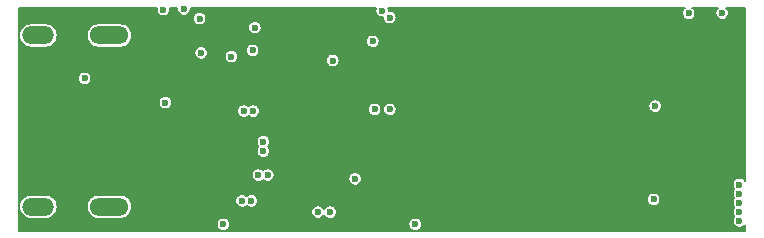
<source format=gbr>
G04 #@! TF.GenerationSoftware,KiCad,Pcbnew,5.1.4+dfsg1-1~bpo9+1*
G04 #@! TF.CreationDate,2020-03-11T10:38:48+01:00*
G04 #@! TF.ProjectId,krtkl-breakybreaky-hdmi-expansion,6b72746b-6c2d-4627-9265-616b79627265,rev?*
G04 #@! TF.SameCoordinates,Original*
G04 #@! TF.FileFunction,Copper,L2,Inr*
G04 #@! TF.FilePolarity,Positive*
%FSLAX46Y46*%
G04 Gerber Fmt 4.6, Leading zero omitted, Abs format (unit mm)*
G04 Created by KiCad (PCBNEW 5.1.4+dfsg1-1~bpo9+1) date 2020-03-11 10:38:48*
%MOMM*%
%LPD*%
G04 APERTURE LIST*
%ADD10O,2.700000X1.500000*%
%ADD11O,3.300000X1.500000*%
%ADD12C,0.600000*%
%ADD13C,0.150000*%
G04 APERTURE END LIST*
D10*
X132180000Y-119740000D03*
X132180000Y-105240000D03*
D11*
X138180000Y-105240000D03*
X138180000Y-119740000D03*
D12*
X183147000Y-116490000D03*
X183157000Y-117180000D03*
X186267000Y-116710000D03*
X136940000Y-109015000D03*
X146490000Y-111800000D03*
X158100000Y-109470000D03*
X149420000Y-115050000D03*
X144470000Y-120870000D03*
X154780000Y-119340000D03*
X164110000Y-117430000D03*
X159440000Y-120310000D03*
X155140000Y-113590000D03*
X185490000Y-110970000D03*
X149220000Y-110740000D03*
X150490000Y-105520000D03*
X155590000Y-107575000D03*
X164470000Y-110820000D03*
X162120000Y-107020000D03*
X161610000Y-110660000D03*
X172080000Y-110940000D03*
X181020000Y-109860000D03*
X180110000Y-120510000D03*
X158080000Y-104720000D03*
X191520000Y-120180000D03*
X191520000Y-120940000D03*
X191520000Y-117860000D03*
X191520000Y-118630000D03*
X191520000Y-119410000D03*
X164079999Y-121239999D03*
X145820000Y-103820000D03*
X190070000Y-103350000D03*
X147830000Y-121235010D03*
X136080000Y-108880000D03*
X142920000Y-110930000D03*
X149560000Y-111640000D03*
X149410000Y-119240000D03*
X150210000Y-119240000D03*
X150800000Y-117060000D03*
X151600000Y-117060000D03*
X151217306Y-115038637D03*
X151217306Y-114238637D03*
X150360000Y-111640000D03*
X142760000Y-103052331D03*
X150510000Y-104580000D03*
X144500000Y-103010000D03*
X145956697Y-106720000D03*
X158990000Y-117370000D03*
X156880000Y-120210000D03*
X160640000Y-111500000D03*
X155840000Y-120200000D03*
X161930000Y-111500000D03*
X161920000Y-103720000D03*
X161290000Y-103140000D03*
X187230000Y-103360000D03*
X157100000Y-107360000D03*
X148520000Y-107031976D03*
X150320000Y-106500000D03*
X160483768Y-105736232D03*
X184257000Y-119120000D03*
X184400000Y-111230000D03*
D13*
G36*
X142207097Y-102884610D02*
G01*
X142185000Y-102995698D01*
X142185000Y-103108964D01*
X142207097Y-103220052D01*
X142250442Y-103324696D01*
X142313368Y-103418872D01*
X142393459Y-103498963D01*
X142487635Y-103561889D01*
X142592279Y-103605234D01*
X142703367Y-103627331D01*
X142816633Y-103627331D01*
X142927721Y-103605234D01*
X143032365Y-103561889D01*
X143126541Y-103498963D01*
X143206632Y-103418872D01*
X143269558Y-103324696D01*
X143312903Y-103220052D01*
X143335000Y-103108964D01*
X143335000Y-102995698D01*
X143312903Y-102884610D01*
X143309888Y-102877331D01*
X143940125Y-102877331D01*
X143925000Y-102953367D01*
X143925000Y-103066633D01*
X143947097Y-103177721D01*
X143990442Y-103282365D01*
X144053368Y-103376541D01*
X144133459Y-103456632D01*
X144227635Y-103519558D01*
X144332279Y-103562903D01*
X144443367Y-103585000D01*
X144556633Y-103585000D01*
X144667721Y-103562903D01*
X144772365Y-103519558D01*
X144866541Y-103456632D01*
X144946632Y-103376541D01*
X145009558Y-103282365D01*
X145052903Y-103177721D01*
X145075000Y-103066633D01*
X145075000Y-102953367D01*
X145059875Y-102877331D01*
X160776426Y-102877331D01*
X160737097Y-102972279D01*
X160715000Y-103083367D01*
X160715000Y-103196633D01*
X160737097Y-103307721D01*
X160780442Y-103412365D01*
X160843368Y-103506541D01*
X160923459Y-103586632D01*
X161017635Y-103649558D01*
X161122279Y-103692903D01*
X161233367Y-103715000D01*
X161345000Y-103715000D01*
X161345000Y-103776633D01*
X161367097Y-103887721D01*
X161410442Y-103992365D01*
X161473368Y-104086541D01*
X161553459Y-104166632D01*
X161647635Y-104229558D01*
X161752279Y-104272903D01*
X161863367Y-104295000D01*
X161976633Y-104295000D01*
X162087721Y-104272903D01*
X162192365Y-104229558D01*
X162286541Y-104166632D01*
X162366632Y-104086541D01*
X162429558Y-103992365D01*
X162472903Y-103887721D01*
X162495000Y-103776633D01*
X162495000Y-103663367D01*
X162472903Y-103552279D01*
X162429558Y-103447635D01*
X162366632Y-103353459D01*
X162286541Y-103273368D01*
X162192365Y-103210442D01*
X162087721Y-103167097D01*
X161976633Y-103145000D01*
X161865000Y-103145000D01*
X161865000Y-103083367D01*
X161842903Y-102972279D01*
X161803574Y-102877331D01*
X186917393Y-102877331D01*
X186863459Y-102913368D01*
X186783368Y-102993459D01*
X186720442Y-103087635D01*
X186677097Y-103192279D01*
X186655000Y-103303367D01*
X186655000Y-103416633D01*
X186677097Y-103527721D01*
X186720442Y-103632365D01*
X186783368Y-103726541D01*
X186863459Y-103806632D01*
X186957635Y-103869558D01*
X187062279Y-103912903D01*
X187173367Y-103935000D01*
X187286633Y-103935000D01*
X187397721Y-103912903D01*
X187502365Y-103869558D01*
X187596541Y-103806632D01*
X187676632Y-103726541D01*
X187739558Y-103632365D01*
X187782903Y-103527721D01*
X187805000Y-103416633D01*
X187805000Y-103303367D01*
X187782903Y-103192279D01*
X187739558Y-103087635D01*
X187676632Y-102993459D01*
X187596541Y-102913368D01*
X187542607Y-102877331D01*
X189742426Y-102877331D01*
X189703459Y-102903368D01*
X189623368Y-102983459D01*
X189560442Y-103077635D01*
X189517097Y-103182279D01*
X189495000Y-103293367D01*
X189495000Y-103406633D01*
X189517097Y-103517721D01*
X189560442Y-103622365D01*
X189623368Y-103716541D01*
X189703459Y-103796632D01*
X189797635Y-103859558D01*
X189902279Y-103902903D01*
X190013367Y-103925000D01*
X190126633Y-103925000D01*
X190237721Y-103902903D01*
X190342365Y-103859558D01*
X190436541Y-103796632D01*
X190516632Y-103716541D01*
X190579558Y-103622365D01*
X190622903Y-103517721D01*
X190645000Y-103406633D01*
X190645000Y-103293367D01*
X190622903Y-103182279D01*
X190579558Y-103077635D01*
X190516632Y-102983459D01*
X190436541Y-102903368D01*
X190397574Y-102877331D01*
X192004004Y-102877331D01*
X192004005Y-117549392D01*
X191966632Y-117493459D01*
X191886541Y-117413368D01*
X191792365Y-117350442D01*
X191687721Y-117307097D01*
X191576633Y-117285000D01*
X191463367Y-117285000D01*
X191352279Y-117307097D01*
X191247635Y-117350442D01*
X191153459Y-117413368D01*
X191073368Y-117493459D01*
X191010442Y-117587635D01*
X190967097Y-117692279D01*
X190945000Y-117803367D01*
X190945000Y-117916633D01*
X190967097Y-118027721D01*
X191010442Y-118132365D01*
X191073368Y-118226541D01*
X191091827Y-118245000D01*
X191073368Y-118263459D01*
X191010442Y-118357635D01*
X190967097Y-118462279D01*
X190945000Y-118573367D01*
X190945000Y-118686633D01*
X190967097Y-118797721D01*
X191010442Y-118902365D01*
X191073368Y-118996541D01*
X191096827Y-119020000D01*
X191073368Y-119043459D01*
X191010442Y-119137635D01*
X190967097Y-119242279D01*
X190945000Y-119353367D01*
X190945000Y-119466633D01*
X190967097Y-119577721D01*
X191010442Y-119682365D01*
X191073368Y-119776541D01*
X191091827Y-119795000D01*
X191073368Y-119813459D01*
X191010442Y-119907635D01*
X190967097Y-120012279D01*
X190945000Y-120123367D01*
X190945000Y-120236633D01*
X190967097Y-120347721D01*
X191010442Y-120452365D01*
X191073368Y-120546541D01*
X191086827Y-120560000D01*
X191073368Y-120573459D01*
X191010442Y-120667635D01*
X190967097Y-120772279D01*
X190945000Y-120883367D01*
X190945000Y-120996633D01*
X190967097Y-121107721D01*
X191010442Y-121212365D01*
X191073368Y-121306541D01*
X191153459Y-121386632D01*
X191247635Y-121449558D01*
X191352279Y-121492903D01*
X191463367Y-121515000D01*
X191576633Y-121515000D01*
X191687721Y-121492903D01*
X191792365Y-121449558D01*
X191886541Y-121386632D01*
X191966632Y-121306541D01*
X192004005Y-121250608D01*
X192004005Y-121832668D01*
X130539996Y-121832668D01*
X130539996Y-121178377D01*
X147255000Y-121178377D01*
X147255000Y-121291643D01*
X147277097Y-121402731D01*
X147320442Y-121507375D01*
X147383368Y-121601551D01*
X147463459Y-121681642D01*
X147557635Y-121744568D01*
X147662279Y-121787913D01*
X147773367Y-121810010D01*
X147886633Y-121810010D01*
X147997721Y-121787913D01*
X148102365Y-121744568D01*
X148196541Y-121681642D01*
X148276632Y-121601551D01*
X148339558Y-121507375D01*
X148382903Y-121402731D01*
X148405000Y-121291643D01*
X148405000Y-121183366D01*
X163504999Y-121183366D01*
X163504999Y-121296632D01*
X163527096Y-121407720D01*
X163570441Y-121512364D01*
X163633367Y-121606540D01*
X163713458Y-121686631D01*
X163807634Y-121749557D01*
X163912278Y-121792902D01*
X164023366Y-121814999D01*
X164136632Y-121814999D01*
X164247720Y-121792902D01*
X164352364Y-121749557D01*
X164446540Y-121686631D01*
X164526631Y-121606540D01*
X164589557Y-121512364D01*
X164632902Y-121407720D01*
X164654999Y-121296632D01*
X164654999Y-121183366D01*
X164632902Y-121072278D01*
X164589557Y-120967634D01*
X164526631Y-120873458D01*
X164446540Y-120793367D01*
X164352364Y-120730441D01*
X164247720Y-120687096D01*
X164136632Y-120664999D01*
X164023366Y-120664999D01*
X163912278Y-120687096D01*
X163807634Y-120730441D01*
X163713458Y-120793367D01*
X163633367Y-120873458D01*
X163570441Y-120967634D01*
X163527096Y-121072278D01*
X163504999Y-121183366D01*
X148405000Y-121183366D01*
X148405000Y-121178377D01*
X148382903Y-121067289D01*
X148339558Y-120962645D01*
X148276632Y-120868469D01*
X148196541Y-120788378D01*
X148102365Y-120725452D01*
X147997721Y-120682107D01*
X147886633Y-120660010D01*
X147773367Y-120660010D01*
X147662279Y-120682107D01*
X147557635Y-120725452D01*
X147463459Y-120788378D01*
X147383368Y-120868469D01*
X147320442Y-120962645D01*
X147277097Y-121067289D01*
X147255000Y-121178377D01*
X130539996Y-121178377D01*
X130539996Y-119740000D01*
X130550041Y-119740000D01*
X130569831Y-119940935D01*
X130628442Y-120134148D01*
X130723620Y-120312215D01*
X130851709Y-120468291D01*
X131007785Y-120596380D01*
X131185852Y-120691558D01*
X131379065Y-120750169D01*
X131529649Y-120765000D01*
X132830351Y-120765000D01*
X132980935Y-120750169D01*
X133174148Y-120691558D01*
X133352215Y-120596380D01*
X133508291Y-120468291D01*
X133636380Y-120312215D01*
X133731558Y-120134148D01*
X133790169Y-119940935D01*
X133809959Y-119740000D01*
X136250041Y-119740000D01*
X136269831Y-119940935D01*
X136328442Y-120134148D01*
X136423620Y-120312215D01*
X136551709Y-120468291D01*
X136707785Y-120596380D01*
X136885852Y-120691558D01*
X137079065Y-120750169D01*
X137229649Y-120765000D01*
X139130351Y-120765000D01*
X139280935Y-120750169D01*
X139474148Y-120691558D01*
X139652215Y-120596380D01*
X139808291Y-120468291D01*
X139936380Y-120312215D01*
X140026630Y-120143367D01*
X155265000Y-120143367D01*
X155265000Y-120256633D01*
X155287097Y-120367721D01*
X155330442Y-120472365D01*
X155393368Y-120566541D01*
X155473459Y-120646632D01*
X155567635Y-120709558D01*
X155672279Y-120752903D01*
X155783367Y-120775000D01*
X155896633Y-120775000D01*
X156007721Y-120752903D01*
X156112365Y-120709558D01*
X156206541Y-120646632D01*
X156286632Y-120566541D01*
X156349558Y-120472365D01*
X156357929Y-120452156D01*
X156370442Y-120482365D01*
X156433368Y-120576541D01*
X156513459Y-120656632D01*
X156607635Y-120719558D01*
X156712279Y-120762903D01*
X156823367Y-120785000D01*
X156936633Y-120785000D01*
X157047721Y-120762903D01*
X157152365Y-120719558D01*
X157246541Y-120656632D01*
X157326632Y-120576541D01*
X157389558Y-120482365D01*
X157432903Y-120377721D01*
X157455000Y-120266633D01*
X157455000Y-120153367D01*
X157432903Y-120042279D01*
X157389558Y-119937635D01*
X157326632Y-119843459D01*
X157246541Y-119763368D01*
X157152365Y-119700442D01*
X157047721Y-119657097D01*
X156936633Y-119635000D01*
X156823367Y-119635000D01*
X156712279Y-119657097D01*
X156607635Y-119700442D01*
X156513459Y-119763368D01*
X156433368Y-119843459D01*
X156370442Y-119937635D01*
X156362071Y-119957844D01*
X156349558Y-119927635D01*
X156286632Y-119833459D01*
X156206541Y-119753368D01*
X156112365Y-119690442D01*
X156007721Y-119647097D01*
X155896633Y-119625000D01*
X155783367Y-119625000D01*
X155672279Y-119647097D01*
X155567635Y-119690442D01*
X155473459Y-119753368D01*
X155393368Y-119833459D01*
X155330442Y-119927635D01*
X155287097Y-120032279D01*
X155265000Y-120143367D01*
X140026630Y-120143367D01*
X140031558Y-120134148D01*
X140090169Y-119940935D01*
X140109959Y-119740000D01*
X140090169Y-119539065D01*
X140031558Y-119345852D01*
X139944709Y-119183367D01*
X148835000Y-119183367D01*
X148835000Y-119296633D01*
X148857097Y-119407721D01*
X148900442Y-119512365D01*
X148963368Y-119606541D01*
X149043459Y-119686632D01*
X149137635Y-119749558D01*
X149242279Y-119792903D01*
X149353367Y-119815000D01*
X149466633Y-119815000D01*
X149577721Y-119792903D01*
X149682365Y-119749558D01*
X149776541Y-119686632D01*
X149810000Y-119653173D01*
X149843459Y-119686632D01*
X149937635Y-119749558D01*
X150042279Y-119792903D01*
X150153367Y-119815000D01*
X150266633Y-119815000D01*
X150377721Y-119792903D01*
X150482365Y-119749558D01*
X150576541Y-119686632D01*
X150656632Y-119606541D01*
X150719558Y-119512365D01*
X150762903Y-119407721D01*
X150785000Y-119296633D01*
X150785000Y-119183367D01*
X150762903Y-119072279D01*
X150759212Y-119063367D01*
X183682000Y-119063367D01*
X183682000Y-119176633D01*
X183704097Y-119287721D01*
X183747442Y-119392365D01*
X183810368Y-119486541D01*
X183890459Y-119566632D01*
X183984635Y-119629558D01*
X184089279Y-119672903D01*
X184200367Y-119695000D01*
X184313633Y-119695000D01*
X184424721Y-119672903D01*
X184529365Y-119629558D01*
X184623541Y-119566632D01*
X184703632Y-119486541D01*
X184766558Y-119392365D01*
X184809903Y-119287721D01*
X184832000Y-119176633D01*
X184832000Y-119063367D01*
X184809903Y-118952279D01*
X184766558Y-118847635D01*
X184703632Y-118753459D01*
X184623541Y-118673368D01*
X184529365Y-118610442D01*
X184424721Y-118567097D01*
X184313633Y-118545000D01*
X184200367Y-118545000D01*
X184089279Y-118567097D01*
X183984635Y-118610442D01*
X183890459Y-118673368D01*
X183810368Y-118753459D01*
X183747442Y-118847635D01*
X183704097Y-118952279D01*
X183682000Y-119063367D01*
X150759212Y-119063367D01*
X150719558Y-118967635D01*
X150656632Y-118873459D01*
X150576541Y-118793368D01*
X150482365Y-118730442D01*
X150377721Y-118687097D01*
X150266633Y-118665000D01*
X150153367Y-118665000D01*
X150042279Y-118687097D01*
X149937635Y-118730442D01*
X149843459Y-118793368D01*
X149810000Y-118826827D01*
X149776541Y-118793368D01*
X149682365Y-118730442D01*
X149577721Y-118687097D01*
X149466633Y-118665000D01*
X149353367Y-118665000D01*
X149242279Y-118687097D01*
X149137635Y-118730442D01*
X149043459Y-118793368D01*
X148963368Y-118873459D01*
X148900442Y-118967635D01*
X148857097Y-119072279D01*
X148835000Y-119183367D01*
X139944709Y-119183367D01*
X139936380Y-119167785D01*
X139808291Y-119011709D01*
X139652215Y-118883620D01*
X139474148Y-118788442D01*
X139280935Y-118729831D01*
X139130351Y-118715000D01*
X137229649Y-118715000D01*
X137079065Y-118729831D01*
X136885852Y-118788442D01*
X136707785Y-118883620D01*
X136551709Y-119011709D01*
X136423620Y-119167785D01*
X136328442Y-119345852D01*
X136269831Y-119539065D01*
X136250041Y-119740000D01*
X133809959Y-119740000D01*
X133790169Y-119539065D01*
X133731558Y-119345852D01*
X133636380Y-119167785D01*
X133508291Y-119011709D01*
X133352215Y-118883620D01*
X133174148Y-118788442D01*
X132980935Y-118729831D01*
X132830351Y-118715000D01*
X131529649Y-118715000D01*
X131379065Y-118729831D01*
X131185852Y-118788442D01*
X131007785Y-118883620D01*
X130851709Y-119011709D01*
X130723620Y-119167785D01*
X130628442Y-119345852D01*
X130569831Y-119539065D01*
X130550041Y-119740000D01*
X130539996Y-119740000D01*
X130539996Y-117003367D01*
X150225000Y-117003367D01*
X150225000Y-117116633D01*
X150247097Y-117227721D01*
X150290442Y-117332365D01*
X150353368Y-117426541D01*
X150433459Y-117506632D01*
X150527635Y-117569558D01*
X150632279Y-117612903D01*
X150743367Y-117635000D01*
X150856633Y-117635000D01*
X150967721Y-117612903D01*
X151072365Y-117569558D01*
X151166541Y-117506632D01*
X151200000Y-117473173D01*
X151233459Y-117506632D01*
X151327635Y-117569558D01*
X151432279Y-117612903D01*
X151543367Y-117635000D01*
X151656633Y-117635000D01*
X151767721Y-117612903D01*
X151872365Y-117569558D01*
X151966541Y-117506632D01*
X152046632Y-117426541D01*
X152109558Y-117332365D01*
X152117427Y-117313367D01*
X158415000Y-117313367D01*
X158415000Y-117426633D01*
X158437097Y-117537721D01*
X158480442Y-117642365D01*
X158543368Y-117736541D01*
X158623459Y-117816632D01*
X158717635Y-117879558D01*
X158822279Y-117922903D01*
X158933367Y-117945000D01*
X159046633Y-117945000D01*
X159157721Y-117922903D01*
X159262365Y-117879558D01*
X159356541Y-117816632D01*
X159436632Y-117736541D01*
X159499558Y-117642365D01*
X159542903Y-117537721D01*
X159565000Y-117426633D01*
X159565000Y-117313367D01*
X159542903Y-117202279D01*
X159499558Y-117097635D01*
X159436632Y-117003459D01*
X159356541Y-116923368D01*
X159262365Y-116860442D01*
X159157721Y-116817097D01*
X159046633Y-116795000D01*
X158933367Y-116795000D01*
X158822279Y-116817097D01*
X158717635Y-116860442D01*
X158623459Y-116923368D01*
X158543368Y-117003459D01*
X158480442Y-117097635D01*
X158437097Y-117202279D01*
X158415000Y-117313367D01*
X152117427Y-117313367D01*
X152152903Y-117227721D01*
X152175000Y-117116633D01*
X152175000Y-117003367D01*
X152152903Y-116892279D01*
X152109558Y-116787635D01*
X152046632Y-116693459D01*
X151966541Y-116613368D01*
X151872365Y-116550442D01*
X151767721Y-116507097D01*
X151656633Y-116485000D01*
X151543367Y-116485000D01*
X151432279Y-116507097D01*
X151327635Y-116550442D01*
X151233459Y-116613368D01*
X151200000Y-116646827D01*
X151166541Y-116613368D01*
X151072365Y-116550442D01*
X150967721Y-116507097D01*
X150856633Y-116485000D01*
X150743367Y-116485000D01*
X150632279Y-116507097D01*
X150527635Y-116550442D01*
X150433459Y-116613368D01*
X150353368Y-116693459D01*
X150290442Y-116787635D01*
X150247097Y-116892279D01*
X150225000Y-117003367D01*
X130539996Y-117003367D01*
X130539996Y-114182004D01*
X150642306Y-114182004D01*
X150642306Y-114295270D01*
X150664403Y-114406358D01*
X150707748Y-114511002D01*
X150770674Y-114605178D01*
X150804133Y-114638637D01*
X150770674Y-114672096D01*
X150707748Y-114766272D01*
X150664403Y-114870916D01*
X150642306Y-114982004D01*
X150642306Y-115095270D01*
X150664403Y-115206358D01*
X150707748Y-115311002D01*
X150770674Y-115405178D01*
X150850765Y-115485269D01*
X150944941Y-115548195D01*
X151049585Y-115591540D01*
X151160673Y-115613637D01*
X151273939Y-115613637D01*
X151385027Y-115591540D01*
X151489671Y-115548195D01*
X151583847Y-115485269D01*
X151663938Y-115405178D01*
X151726864Y-115311002D01*
X151770209Y-115206358D01*
X151792306Y-115095270D01*
X151792306Y-114982004D01*
X151770209Y-114870916D01*
X151726864Y-114766272D01*
X151663938Y-114672096D01*
X151630479Y-114638637D01*
X151663938Y-114605178D01*
X151726864Y-114511002D01*
X151770209Y-114406358D01*
X151792306Y-114295270D01*
X151792306Y-114182004D01*
X151770209Y-114070916D01*
X151726864Y-113966272D01*
X151663938Y-113872096D01*
X151583847Y-113792005D01*
X151489671Y-113729079D01*
X151385027Y-113685734D01*
X151273939Y-113663637D01*
X151160673Y-113663637D01*
X151049585Y-113685734D01*
X150944941Y-113729079D01*
X150850765Y-113792005D01*
X150770674Y-113872096D01*
X150707748Y-113966272D01*
X150664403Y-114070916D01*
X150642306Y-114182004D01*
X130539996Y-114182004D01*
X130539996Y-111583367D01*
X148985000Y-111583367D01*
X148985000Y-111696633D01*
X149007097Y-111807721D01*
X149050442Y-111912365D01*
X149113368Y-112006541D01*
X149193459Y-112086632D01*
X149287635Y-112149558D01*
X149392279Y-112192903D01*
X149503367Y-112215000D01*
X149616633Y-112215000D01*
X149727721Y-112192903D01*
X149832365Y-112149558D01*
X149926541Y-112086632D01*
X149960000Y-112053173D01*
X149993459Y-112086632D01*
X150087635Y-112149558D01*
X150192279Y-112192903D01*
X150303367Y-112215000D01*
X150416633Y-112215000D01*
X150527721Y-112192903D01*
X150632365Y-112149558D01*
X150726541Y-112086632D01*
X150806632Y-112006541D01*
X150869558Y-111912365D01*
X150912903Y-111807721D01*
X150935000Y-111696633D01*
X150935000Y-111583367D01*
X150912903Y-111472279D01*
X150900928Y-111443367D01*
X160065000Y-111443367D01*
X160065000Y-111556633D01*
X160087097Y-111667721D01*
X160130442Y-111772365D01*
X160193368Y-111866541D01*
X160273459Y-111946632D01*
X160367635Y-112009558D01*
X160472279Y-112052903D01*
X160583367Y-112075000D01*
X160696633Y-112075000D01*
X160807721Y-112052903D01*
X160912365Y-112009558D01*
X161006541Y-111946632D01*
X161086632Y-111866541D01*
X161149558Y-111772365D01*
X161192903Y-111667721D01*
X161215000Y-111556633D01*
X161215000Y-111443367D01*
X161355000Y-111443367D01*
X161355000Y-111556633D01*
X161377097Y-111667721D01*
X161420442Y-111772365D01*
X161483368Y-111866541D01*
X161563459Y-111946632D01*
X161657635Y-112009558D01*
X161762279Y-112052903D01*
X161873367Y-112075000D01*
X161986633Y-112075000D01*
X162097721Y-112052903D01*
X162202365Y-112009558D01*
X162296541Y-111946632D01*
X162376632Y-111866541D01*
X162439558Y-111772365D01*
X162482903Y-111667721D01*
X162505000Y-111556633D01*
X162505000Y-111443367D01*
X162482903Y-111332279D01*
X162439558Y-111227635D01*
X162403298Y-111173367D01*
X183825000Y-111173367D01*
X183825000Y-111286633D01*
X183847097Y-111397721D01*
X183890442Y-111502365D01*
X183953368Y-111596541D01*
X184033459Y-111676632D01*
X184127635Y-111739558D01*
X184232279Y-111782903D01*
X184343367Y-111805000D01*
X184456633Y-111805000D01*
X184567721Y-111782903D01*
X184672365Y-111739558D01*
X184766541Y-111676632D01*
X184846632Y-111596541D01*
X184909558Y-111502365D01*
X184952903Y-111397721D01*
X184975000Y-111286633D01*
X184975000Y-111173367D01*
X184952903Y-111062279D01*
X184909558Y-110957635D01*
X184846632Y-110863459D01*
X184766541Y-110783368D01*
X184672365Y-110720442D01*
X184567721Y-110677097D01*
X184456633Y-110655000D01*
X184343367Y-110655000D01*
X184232279Y-110677097D01*
X184127635Y-110720442D01*
X184033459Y-110783368D01*
X183953368Y-110863459D01*
X183890442Y-110957635D01*
X183847097Y-111062279D01*
X183825000Y-111173367D01*
X162403298Y-111173367D01*
X162376632Y-111133459D01*
X162296541Y-111053368D01*
X162202365Y-110990442D01*
X162097721Y-110947097D01*
X161986633Y-110925000D01*
X161873367Y-110925000D01*
X161762279Y-110947097D01*
X161657635Y-110990442D01*
X161563459Y-111053368D01*
X161483368Y-111133459D01*
X161420442Y-111227635D01*
X161377097Y-111332279D01*
X161355000Y-111443367D01*
X161215000Y-111443367D01*
X161192903Y-111332279D01*
X161149558Y-111227635D01*
X161086632Y-111133459D01*
X161006541Y-111053368D01*
X160912365Y-110990442D01*
X160807721Y-110947097D01*
X160696633Y-110925000D01*
X160583367Y-110925000D01*
X160472279Y-110947097D01*
X160367635Y-110990442D01*
X160273459Y-111053368D01*
X160193368Y-111133459D01*
X160130442Y-111227635D01*
X160087097Y-111332279D01*
X160065000Y-111443367D01*
X150900928Y-111443367D01*
X150869558Y-111367635D01*
X150806632Y-111273459D01*
X150726541Y-111193368D01*
X150632365Y-111130442D01*
X150527721Y-111087097D01*
X150416633Y-111065000D01*
X150303367Y-111065000D01*
X150192279Y-111087097D01*
X150087635Y-111130442D01*
X149993459Y-111193368D01*
X149960000Y-111226827D01*
X149926541Y-111193368D01*
X149832365Y-111130442D01*
X149727721Y-111087097D01*
X149616633Y-111065000D01*
X149503367Y-111065000D01*
X149392279Y-111087097D01*
X149287635Y-111130442D01*
X149193459Y-111193368D01*
X149113368Y-111273459D01*
X149050442Y-111367635D01*
X149007097Y-111472279D01*
X148985000Y-111583367D01*
X130539996Y-111583367D01*
X130539996Y-110873367D01*
X142345000Y-110873367D01*
X142345000Y-110986633D01*
X142367097Y-111097721D01*
X142410442Y-111202365D01*
X142473368Y-111296541D01*
X142553459Y-111376632D01*
X142647635Y-111439558D01*
X142752279Y-111482903D01*
X142863367Y-111505000D01*
X142976633Y-111505000D01*
X143087721Y-111482903D01*
X143192365Y-111439558D01*
X143286541Y-111376632D01*
X143366632Y-111296541D01*
X143429558Y-111202365D01*
X143472903Y-111097721D01*
X143495000Y-110986633D01*
X143495000Y-110873367D01*
X143472903Y-110762279D01*
X143429558Y-110657635D01*
X143366632Y-110563459D01*
X143286541Y-110483368D01*
X143192365Y-110420442D01*
X143087721Y-110377097D01*
X142976633Y-110355000D01*
X142863367Y-110355000D01*
X142752279Y-110377097D01*
X142647635Y-110420442D01*
X142553459Y-110483368D01*
X142473368Y-110563459D01*
X142410442Y-110657635D01*
X142367097Y-110762279D01*
X142345000Y-110873367D01*
X130539996Y-110873367D01*
X130539996Y-108823367D01*
X135505000Y-108823367D01*
X135505000Y-108936633D01*
X135527097Y-109047721D01*
X135570442Y-109152365D01*
X135633368Y-109246541D01*
X135713459Y-109326632D01*
X135807635Y-109389558D01*
X135912279Y-109432903D01*
X136023367Y-109455000D01*
X136136633Y-109455000D01*
X136247721Y-109432903D01*
X136352365Y-109389558D01*
X136446541Y-109326632D01*
X136526632Y-109246541D01*
X136589558Y-109152365D01*
X136632903Y-109047721D01*
X136655000Y-108936633D01*
X136655000Y-108823367D01*
X136632903Y-108712279D01*
X136589558Y-108607635D01*
X136526632Y-108513459D01*
X136446541Y-108433368D01*
X136352365Y-108370442D01*
X136247721Y-108327097D01*
X136136633Y-108305000D01*
X136023367Y-108305000D01*
X135912279Y-108327097D01*
X135807635Y-108370442D01*
X135713459Y-108433368D01*
X135633368Y-108513459D01*
X135570442Y-108607635D01*
X135527097Y-108712279D01*
X135505000Y-108823367D01*
X130539996Y-108823367D01*
X130539996Y-106663367D01*
X145381697Y-106663367D01*
X145381697Y-106776633D01*
X145403794Y-106887721D01*
X145447139Y-106992365D01*
X145510065Y-107086541D01*
X145590156Y-107166632D01*
X145684332Y-107229558D01*
X145788976Y-107272903D01*
X145900064Y-107295000D01*
X146013330Y-107295000D01*
X146124418Y-107272903D01*
X146229062Y-107229558D01*
X146323238Y-107166632D01*
X146403329Y-107086541D01*
X146466255Y-106992365D01*
X146473305Y-106975343D01*
X147945000Y-106975343D01*
X147945000Y-107088609D01*
X147967097Y-107199697D01*
X148010442Y-107304341D01*
X148073368Y-107398517D01*
X148153459Y-107478608D01*
X148247635Y-107541534D01*
X148352279Y-107584879D01*
X148463367Y-107606976D01*
X148576633Y-107606976D01*
X148687721Y-107584879D01*
X148792365Y-107541534D01*
X148886541Y-107478608D01*
X148966632Y-107398517D01*
X149029558Y-107304341D01*
X149029961Y-107303367D01*
X156525000Y-107303367D01*
X156525000Y-107416633D01*
X156547097Y-107527721D01*
X156590442Y-107632365D01*
X156653368Y-107726541D01*
X156733459Y-107806632D01*
X156827635Y-107869558D01*
X156932279Y-107912903D01*
X157043367Y-107935000D01*
X157156633Y-107935000D01*
X157267721Y-107912903D01*
X157372365Y-107869558D01*
X157466541Y-107806632D01*
X157546632Y-107726541D01*
X157609558Y-107632365D01*
X157652903Y-107527721D01*
X157675000Y-107416633D01*
X157675000Y-107303367D01*
X157652903Y-107192279D01*
X157609558Y-107087635D01*
X157546632Y-106993459D01*
X157466541Y-106913368D01*
X157372365Y-106850442D01*
X157267721Y-106807097D01*
X157156633Y-106785000D01*
X157043367Y-106785000D01*
X156932279Y-106807097D01*
X156827635Y-106850442D01*
X156733459Y-106913368D01*
X156653368Y-106993459D01*
X156590442Y-107087635D01*
X156547097Y-107192279D01*
X156525000Y-107303367D01*
X149029961Y-107303367D01*
X149072903Y-107199697D01*
X149095000Y-107088609D01*
X149095000Y-106975343D01*
X149072903Y-106864255D01*
X149029558Y-106759611D01*
X148966632Y-106665435D01*
X148886541Y-106585344D01*
X148792365Y-106522418D01*
X148687721Y-106479073D01*
X148576633Y-106456976D01*
X148463367Y-106456976D01*
X148352279Y-106479073D01*
X148247635Y-106522418D01*
X148153459Y-106585344D01*
X148073368Y-106665435D01*
X148010442Y-106759611D01*
X147967097Y-106864255D01*
X147945000Y-106975343D01*
X146473305Y-106975343D01*
X146509600Y-106887721D01*
X146531697Y-106776633D01*
X146531697Y-106663367D01*
X146509600Y-106552279D01*
X146466255Y-106447635D01*
X146463404Y-106443367D01*
X149745000Y-106443367D01*
X149745000Y-106556633D01*
X149767097Y-106667721D01*
X149810442Y-106772365D01*
X149873368Y-106866541D01*
X149953459Y-106946632D01*
X150047635Y-107009558D01*
X150152279Y-107052903D01*
X150263367Y-107075000D01*
X150376633Y-107075000D01*
X150487721Y-107052903D01*
X150592365Y-107009558D01*
X150686541Y-106946632D01*
X150766632Y-106866541D01*
X150829558Y-106772365D01*
X150872903Y-106667721D01*
X150895000Y-106556633D01*
X150895000Y-106443367D01*
X150872903Y-106332279D01*
X150829558Y-106227635D01*
X150766632Y-106133459D01*
X150686541Y-106053368D01*
X150592365Y-105990442D01*
X150487721Y-105947097D01*
X150376633Y-105925000D01*
X150263367Y-105925000D01*
X150152279Y-105947097D01*
X150047635Y-105990442D01*
X149953459Y-106053368D01*
X149873368Y-106133459D01*
X149810442Y-106227635D01*
X149767097Y-106332279D01*
X149745000Y-106443367D01*
X146463404Y-106443367D01*
X146403329Y-106353459D01*
X146323238Y-106273368D01*
X146229062Y-106210442D01*
X146124418Y-106167097D01*
X146013330Y-106145000D01*
X145900064Y-106145000D01*
X145788976Y-106167097D01*
X145684332Y-106210442D01*
X145590156Y-106273368D01*
X145510065Y-106353459D01*
X145447139Y-106447635D01*
X145403794Y-106552279D01*
X145381697Y-106663367D01*
X130539996Y-106663367D01*
X130539996Y-105240000D01*
X130550041Y-105240000D01*
X130569831Y-105440935D01*
X130628442Y-105634148D01*
X130723620Y-105812215D01*
X130851709Y-105968291D01*
X131007785Y-106096380D01*
X131185852Y-106191558D01*
X131379065Y-106250169D01*
X131529649Y-106265000D01*
X132830351Y-106265000D01*
X132980935Y-106250169D01*
X133174148Y-106191558D01*
X133352215Y-106096380D01*
X133508291Y-105968291D01*
X133636380Y-105812215D01*
X133731558Y-105634148D01*
X133790169Y-105440935D01*
X133809959Y-105240000D01*
X136250041Y-105240000D01*
X136269831Y-105440935D01*
X136328442Y-105634148D01*
X136423620Y-105812215D01*
X136551709Y-105968291D01*
X136707785Y-106096380D01*
X136885852Y-106191558D01*
X137079065Y-106250169D01*
X137229649Y-106265000D01*
X139130351Y-106265000D01*
X139280935Y-106250169D01*
X139474148Y-106191558D01*
X139652215Y-106096380D01*
X139808291Y-105968291D01*
X139936380Y-105812215D01*
X140007264Y-105679599D01*
X159908768Y-105679599D01*
X159908768Y-105792865D01*
X159930865Y-105903953D01*
X159974210Y-106008597D01*
X160037136Y-106102773D01*
X160117227Y-106182864D01*
X160211403Y-106245790D01*
X160316047Y-106289135D01*
X160427135Y-106311232D01*
X160540401Y-106311232D01*
X160651489Y-106289135D01*
X160756133Y-106245790D01*
X160850309Y-106182864D01*
X160930400Y-106102773D01*
X160993326Y-106008597D01*
X161036671Y-105903953D01*
X161058768Y-105792865D01*
X161058768Y-105679599D01*
X161036671Y-105568511D01*
X160993326Y-105463867D01*
X160930400Y-105369691D01*
X160850309Y-105289600D01*
X160756133Y-105226674D01*
X160651489Y-105183329D01*
X160540401Y-105161232D01*
X160427135Y-105161232D01*
X160316047Y-105183329D01*
X160211403Y-105226674D01*
X160117227Y-105289600D01*
X160037136Y-105369691D01*
X159974210Y-105463867D01*
X159930865Y-105568511D01*
X159908768Y-105679599D01*
X140007264Y-105679599D01*
X140031558Y-105634148D01*
X140090169Y-105440935D01*
X140109959Y-105240000D01*
X140090169Y-105039065D01*
X140031558Y-104845852D01*
X139936380Y-104667785D01*
X139817859Y-104523367D01*
X149935000Y-104523367D01*
X149935000Y-104636633D01*
X149957097Y-104747721D01*
X150000442Y-104852365D01*
X150063368Y-104946541D01*
X150143459Y-105026632D01*
X150237635Y-105089558D01*
X150342279Y-105132903D01*
X150453367Y-105155000D01*
X150566633Y-105155000D01*
X150677721Y-105132903D01*
X150782365Y-105089558D01*
X150876541Y-105026632D01*
X150956632Y-104946541D01*
X151019558Y-104852365D01*
X151062903Y-104747721D01*
X151085000Y-104636633D01*
X151085000Y-104523367D01*
X151062903Y-104412279D01*
X151019558Y-104307635D01*
X150956632Y-104213459D01*
X150876541Y-104133368D01*
X150782365Y-104070442D01*
X150677721Y-104027097D01*
X150566633Y-104005000D01*
X150453367Y-104005000D01*
X150342279Y-104027097D01*
X150237635Y-104070442D01*
X150143459Y-104133368D01*
X150063368Y-104213459D01*
X150000442Y-104307635D01*
X149957097Y-104412279D01*
X149935000Y-104523367D01*
X139817859Y-104523367D01*
X139808291Y-104511709D01*
X139652215Y-104383620D01*
X139474148Y-104288442D01*
X139280935Y-104229831D01*
X139130351Y-104215000D01*
X137229649Y-104215000D01*
X137079065Y-104229831D01*
X136885852Y-104288442D01*
X136707785Y-104383620D01*
X136551709Y-104511709D01*
X136423620Y-104667785D01*
X136328442Y-104845852D01*
X136269831Y-105039065D01*
X136250041Y-105240000D01*
X133809959Y-105240000D01*
X133790169Y-105039065D01*
X133731558Y-104845852D01*
X133636380Y-104667785D01*
X133508291Y-104511709D01*
X133352215Y-104383620D01*
X133174148Y-104288442D01*
X132980935Y-104229831D01*
X132830351Y-104215000D01*
X131529649Y-104215000D01*
X131379065Y-104229831D01*
X131185852Y-104288442D01*
X131007785Y-104383620D01*
X130851709Y-104511709D01*
X130723620Y-104667785D01*
X130628442Y-104845852D01*
X130569831Y-105039065D01*
X130550041Y-105240000D01*
X130539996Y-105240000D01*
X130539996Y-103763367D01*
X145245000Y-103763367D01*
X145245000Y-103876633D01*
X145267097Y-103987721D01*
X145310442Y-104092365D01*
X145373368Y-104186541D01*
X145453459Y-104266632D01*
X145547635Y-104329558D01*
X145652279Y-104372903D01*
X145763367Y-104395000D01*
X145876633Y-104395000D01*
X145987721Y-104372903D01*
X146092365Y-104329558D01*
X146186541Y-104266632D01*
X146266632Y-104186541D01*
X146329558Y-104092365D01*
X146372903Y-103987721D01*
X146395000Y-103876633D01*
X146395000Y-103763367D01*
X146372903Y-103652279D01*
X146329558Y-103547635D01*
X146266632Y-103453459D01*
X146186541Y-103373368D01*
X146092365Y-103310442D01*
X145987721Y-103267097D01*
X145876633Y-103245000D01*
X145763367Y-103245000D01*
X145652279Y-103267097D01*
X145547635Y-103310442D01*
X145453459Y-103373368D01*
X145373368Y-103453459D01*
X145310442Y-103547635D01*
X145267097Y-103652279D01*
X145245000Y-103763367D01*
X130539996Y-103763367D01*
X130539996Y-102877331D01*
X142210112Y-102877331D01*
X142207097Y-102884610D01*
X142207097Y-102884610D01*
G37*
X142207097Y-102884610D02*
X142185000Y-102995698D01*
X142185000Y-103108964D01*
X142207097Y-103220052D01*
X142250442Y-103324696D01*
X142313368Y-103418872D01*
X142393459Y-103498963D01*
X142487635Y-103561889D01*
X142592279Y-103605234D01*
X142703367Y-103627331D01*
X142816633Y-103627331D01*
X142927721Y-103605234D01*
X143032365Y-103561889D01*
X143126541Y-103498963D01*
X143206632Y-103418872D01*
X143269558Y-103324696D01*
X143312903Y-103220052D01*
X143335000Y-103108964D01*
X143335000Y-102995698D01*
X143312903Y-102884610D01*
X143309888Y-102877331D01*
X143940125Y-102877331D01*
X143925000Y-102953367D01*
X143925000Y-103066633D01*
X143947097Y-103177721D01*
X143990442Y-103282365D01*
X144053368Y-103376541D01*
X144133459Y-103456632D01*
X144227635Y-103519558D01*
X144332279Y-103562903D01*
X144443367Y-103585000D01*
X144556633Y-103585000D01*
X144667721Y-103562903D01*
X144772365Y-103519558D01*
X144866541Y-103456632D01*
X144946632Y-103376541D01*
X145009558Y-103282365D01*
X145052903Y-103177721D01*
X145075000Y-103066633D01*
X145075000Y-102953367D01*
X145059875Y-102877331D01*
X160776426Y-102877331D01*
X160737097Y-102972279D01*
X160715000Y-103083367D01*
X160715000Y-103196633D01*
X160737097Y-103307721D01*
X160780442Y-103412365D01*
X160843368Y-103506541D01*
X160923459Y-103586632D01*
X161017635Y-103649558D01*
X161122279Y-103692903D01*
X161233367Y-103715000D01*
X161345000Y-103715000D01*
X161345000Y-103776633D01*
X161367097Y-103887721D01*
X161410442Y-103992365D01*
X161473368Y-104086541D01*
X161553459Y-104166632D01*
X161647635Y-104229558D01*
X161752279Y-104272903D01*
X161863367Y-104295000D01*
X161976633Y-104295000D01*
X162087721Y-104272903D01*
X162192365Y-104229558D01*
X162286541Y-104166632D01*
X162366632Y-104086541D01*
X162429558Y-103992365D01*
X162472903Y-103887721D01*
X162495000Y-103776633D01*
X162495000Y-103663367D01*
X162472903Y-103552279D01*
X162429558Y-103447635D01*
X162366632Y-103353459D01*
X162286541Y-103273368D01*
X162192365Y-103210442D01*
X162087721Y-103167097D01*
X161976633Y-103145000D01*
X161865000Y-103145000D01*
X161865000Y-103083367D01*
X161842903Y-102972279D01*
X161803574Y-102877331D01*
X186917393Y-102877331D01*
X186863459Y-102913368D01*
X186783368Y-102993459D01*
X186720442Y-103087635D01*
X186677097Y-103192279D01*
X186655000Y-103303367D01*
X186655000Y-103416633D01*
X186677097Y-103527721D01*
X186720442Y-103632365D01*
X186783368Y-103726541D01*
X186863459Y-103806632D01*
X186957635Y-103869558D01*
X187062279Y-103912903D01*
X187173367Y-103935000D01*
X187286633Y-103935000D01*
X187397721Y-103912903D01*
X187502365Y-103869558D01*
X187596541Y-103806632D01*
X187676632Y-103726541D01*
X187739558Y-103632365D01*
X187782903Y-103527721D01*
X187805000Y-103416633D01*
X187805000Y-103303367D01*
X187782903Y-103192279D01*
X187739558Y-103087635D01*
X187676632Y-102993459D01*
X187596541Y-102913368D01*
X187542607Y-102877331D01*
X189742426Y-102877331D01*
X189703459Y-102903368D01*
X189623368Y-102983459D01*
X189560442Y-103077635D01*
X189517097Y-103182279D01*
X189495000Y-103293367D01*
X189495000Y-103406633D01*
X189517097Y-103517721D01*
X189560442Y-103622365D01*
X189623368Y-103716541D01*
X189703459Y-103796632D01*
X189797635Y-103859558D01*
X189902279Y-103902903D01*
X190013367Y-103925000D01*
X190126633Y-103925000D01*
X190237721Y-103902903D01*
X190342365Y-103859558D01*
X190436541Y-103796632D01*
X190516632Y-103716541D01*
X190579558Y-103622365D01*
X190622903Y-103517721D01*
X190645000Y-103406633D01*
X190645000Y-103293367D01*
X190622903Y-103182279D01*
X190579558Y-103077635D01*
X190516632Y-102983459D01*
X190436541Y-102903368D01*
X190397574Y-102877331D01*
X192004004Y-102877331D01*
X192004005Y-117549392D01*
X191966632Y-117493459D01*
X191886541Y-117413368D01*
X191792365Y-117350442D01*
X191687721Y-117307097D01*
X191576633Y-117285000D01*
X191463367Y-117285000D01*
X191352279Y-117307097D01*
X191247635Y-117350442D01*
X191153459Y-117413368D01*
X191073368Y-117493459D01*
X191010442Y-117587635D01*
X190967097Y-117692279D01*
X190945000Y-117803367D01*
X190945000Y-117916633D01*
X190967097Y-118027721D01*
X191010442Y-118132365D01*
X191073368Y-118226541D01*
X191091827Y-118245000D01*
X191073368Y-118263459D01*
X191010442Y-118357635D01*
X190967097Y-118462279D01*
X190945000Y-118573367D01*
X190945000Y-118686633D01*
X190967097Y-118797721D01*
X191010442Y-118902365D01*
X191073368Y-118996541D01*
X191096827Y-119020000D01*
X191073368Y-119043459D01*
X191010442Y-119137635D01*
X190967097Y-119242279D01*
X190945000Y-119353367D01*
X190945000Y-119466633D01*
X190967097Y-119577721D01*
X191010442Y-119682365D01*
X191073368Y-119776541D01*
X191091827Y-119795000D01*
X191073368Y-119813459D01*
X191010442Y-119907635D01*
X190967097Y-120012279D01*
X190945000Y-120123367D01*
X190945000Y-120236633D01*
X190967097Y-120347721D01*
X191010442Y-120452365D01*
X191073368Y-120546541D01*
X191086827Y-120560000D01*
X191073368Y-120573459D01*
X191010442Y-120667635D01*
X190967097Y-120772279D01*
X190945000Y-120883367D01*
X190945000Y-120996633D01*
X190967097Y-121107721D01*
X191010442Y-121212365D01*
X191073368Y-121306541D01*
X191153459Y-121386632D01*
X191247635Y-121449558D01*
X191352279Y-121492903D01*
X191463367Y-121515000D01*
X191576633Y-121515000D01*
X191687721Y-121492903D01*
X191792365Y-121449558D01*
X191886541Y-121386632D01*
X191966632Y-121306541D01*
X192004005Y-121250608D01*
X192004005Y-121832668D01*
X130539996Y-121832668D01*
X130539996Y-121178377D01*
X147255000Y-121178377D01*
X147255000Y-121291643D01*
X147277097Y-121402731D01*
X147320442Y-121507375D01*
X147383368Y-121601551D01*
X147463459Y-121681642D01*
X147557635Y-121744568D01*
X147662279Y-121787913D01*
X147773367Y-121810010D01*
X147886633Y-121810010D01*
X147997721Y-121787913D01*
X148102365Y-121744568D01*
X148196541Y-121681642D01*
X148276632Y-121601551D01*
X148339558Y-121507375D01*
X148382903Y-121402731D01*
X148405000Y-121291643D01*
X148405000Y-121183366D01*
X163504999Y-121183366D01*
X163504999Y-121296632D01*
X163527096Y-121407720D01*
X163570441Y-121512364D01*
X163633367Y-121606540D01*
X163713458Y-121686631D01*
X163807634Y-121749557D01*
X163912278Y-121792902D01*
X164023366Y-121814999D01*
X164136632Y-121814999D01*
X164247720Y-121792902D01*
X164352364Y-121749557D01*
X164446540Y-121686631D01*
X164526631Y-121606540D01*
X164589557Y-121512364D01*
X164632902Y-121407720D01*
X164654999Y-121296632D01*
X164654999Y-121183366D01*
X164632902Y-121072278D01*
X164589557Y-120967634D01*
X164526631Y-120873458D01*
X164446540Y-120793367D01*
X164352364Y-120730441D01*
X164247720Y-120687096D01*
X164136632Y-120664999D01*
X164023366Y-120664999D01*
X163912278Y-120687096D01*
X163807634Y-120730441D01*
X163713458Y-120793367D01*
X163633367Y-120873458D01*
X163570441Y-120967634D01*
X163527096Y-121072278D01*
X163504999Y-121183366D01*
X148405000Y-121183366D01*
X148405000Y-121178377D01*
X148382903Y-121067289D01*
X148339558Y-120962645D01*
X148276632Y-120868469D01*
X148196541Y-120788378D01*
X148102365Y-120725452D01*
X147997721Y-120682107D01*
X147886633Y-120660010D01*
X147773367Y-120660010D01*
X147662279Y-120682107D01*
X147557635Y-120725452D01*
X147463459Y-120788378D01*
X147383368Y-120868469D01*
X147320442Y-120962645D01*
X147277097Y-121067289D01*
X147255000Y-121178377D01*
X130539996Y-121178377D01*
X130539996Y-119740000D01*
X130550041Y-119740000D01*
X130569831Y-119940935D01*
X130628442Y-120134148D01*
X130723620Y-120312215D01*
X130851709Y-120468291D01*
X131007785Y-120596380D01*
X131185852Y-120691558D01*
X131379065Y-120750169D01*
X131529649Y-120765000D01*
X132830351Y-120765000D01*
X132980935Y-120750169D01*
X133174148Y-120691558D01*
X133352215Y-120596380D01*
X133508291Y-120468291D01*
X133636380Y-120312215D01*
X133731558Y-120134148D01*
X133790169Y-119940935D01*
X133809959Y-119740000D01*
X136250041Y-119740000D01*
X136269831Y-119940935D01*
X136328442Y-120134148D01*
X136423620Y-120312215D01*
X136551709Y-120468291D01*
X136707785Y-120596380D01*
X136885852Y-120691558D01*
X137079065Y-120750169D01*
X137229649Y-120765000D01*
X139130351Y-120765000D01*
X139280935Y-120750169D01*
X139474148Y-120691558D01*
X139652215Y-120596380D01*
X139808291Y-120468291D01*
X139936380Y-120312215D01*
X140026630Y-120143367D01*
X155265000Y-120143367D01*
X155265000Y-120256633D01*
X155287097Y-120367721D01*
X155330442Y-120472365D01*
X155393368Y-120566541D01*
X155473459Y-120646632D01*
X155567635Y-120709558D01*
X155672279Y-120752903D01*
X155783367Y-120775000D01*
X155896633Y-120775000D01*
X156007721Y-120752903D01*
X156112365Y-120709558D01*
X156206541Y-120646632D01*
X156286632Y-120566541D01*
X156349558Y-120472365D01*
X156357929Y-120452156D01*
X156370442Y-120482365D01*
X156433368Y-120576541D01*
X156513459Y-120656632D01*
X156607635Y-120719558D01*
X156712279Y-120762903D01*
X156823367Y-120785000D01*
X156936633Y-120785000D01*
X157047721Y-120762903D01*
X157152365Y-120719558D01*
X157246541Y-120656632D01*
X157326632Y-120576541D01*
X157389558Y-120482365D01*
X157432903Y-120377721D01*
X157455000Y-120266633D01*
X157455000Y-120153367D01*
X157432903Y-120042279D01*
X157389558Y-119937635D01*
X157326632Y-119843459D01*
X157246541Y-119763368D01*
X157152365Y-119700442D01*
X157047721Y-119657097D01*
X156936633Y-119635000D01*
X156823367Y-119635000D01*
X156712279Y-119657097D01*
X156607635Y-119700442D01*
X156513459Y-119763368D01*
X156433368Y-119843459D01*
X156370442Y-119937635D01*
X156362071Y-119957844D01*
X156349558Y-119927635D01*
X156286632Y-119833459D01*
X156206541Y-119753368D01*
X156112365Y-119690442D01*
X156007721Y-119647097D01*
X155896633Y-119625000D01*
X155783367Y-119625000D01*
X155672279Y-119647097D01*
X155567635Y-119690442D01*
X155473459Y-119753368D01*
X155393368Y-119833459D01*
X155330442Y-119927635D01*
X155287097Y-120032279D01*
X155265000Y-120143367D01*
X140026630Y-120143367D01*
X140031558Y-120134148D01*
X140090169Y-119940935D01*
X140109959Y-119740000D01*
X140090169Y-119539065D01*
X140031558Y-119345852D01*
X139944709Y-119183367D01*
X148835000Y-119183367D01*
X148835000Y-119296633D01*
X148857097Y-119407721D01*
X148900442Y-119512365D01*
X148963368Y-119606541D01*
X149043459Y-119686632D01*
X149137635Y-119749558D01*
X149242279Y-119792903D01*
X149353367Y-119815000D01*
X149466633Y-119815000D01*
X149577721Y-119792903D01*
X149682365Y-119749558D01*
X149776541Y-119686632D01*
X149810000Y-119653173D01*
X149843459Y-119686632D01*
X149937635Y-119749558D01*
X150042279Y-119792903D01*
X150153367Y-119815000D01*
X150266633Y-119815000D01*
X150377721Y-119792903D01*
X150482365Y-119749558D01*
X150576541Y-119686632D01*
X150656632Y-119606541D01*
X150719558Y-119512365D01*
X150762903Y-119407721D01*
X150785000Y-119296633D01*
X150785000Y-119183367D01*
X150762903Y-119072279D01*
X150759212Y-119063367D01*
X183682000Y-119063367D01*
X183682000Y-119176633D01*
X183704097Y-119287721D01*
X183747442Y-119392365D01*
X183810368Y-119486541D01*
X183890459Y-119566632D01*
X183984635Y-119629558D01*
X184089279Y-119672903D01*
X184200367Y-119695000D01*
X184313633Y-119695000D01*
X184424721Y-119672903D01*
X184529365Y-119629558D01*
X184623541Y-119566632D01*
X184703632Y-119486541D01*
X184766558Y-119392365D01*
X184809903Y-119287721D01*
X184832000Y-119176633D01*
X184832000Y-119063367D01*
X184809903Y-118952279D01*
X184766558Y-118847635D01*
X184703632Y-118753459D01*
X184623541Y-118673368D01*
X184529365Y-118610442D01*
X184424721Y-118567097D01*
X184313633Y-118545000D01*
X184200367Y-118545000D01*
X184089279Y-118567097D01*
X183984635Y-118610442D01*
X183890459Y-118673368D01*
X183810368Y-118753459D01*
X183747442Y-118847635D01*
X183704097Y-118952279D01*
X183682000Y-119063367D01*
X150759212Y-119063367D01*
X150719558Y-118967635D01*
X150656632Y-118873459D01*
X150576541Y-118793368D01*
X150482365Y-118730442D01*
X150377721Y-118687097D01*
X150266633Y-118665000D01*
X150153367Y-118665000D01*
X150042279Y-118687097D01*
X149937635Y-118730442D01*
X149843459Y-118793368D01*
X149810000Y-118826827D01*
X149776541Y-118793368D01*
X149682365Y-118730442D01*
X149577721Y-118687097D01*
X149466633Y-118665000D01*
X149353367Y-118665000D01*
X149242279Y-118687097D01*
X149137635Y-118730442D01*
X149043459Y-118793368D01*
X148963368Y-118873459D01*
X148900442Y-118967635D01*
X148857097Y-119072279D01*
X148835000Y-119183367D01*
X139944709Y-119183367D01*
X139936380Y-119167785D01*
X139808291Y-119011709D01*
X139652215Y-118883620D01*
X139474148Y-118788442D01*
X139280935Y-118729831D01*
X139130351Y-118715000D01*
X137229649Y-118715000D01*
X137079065Y-118729831D01*
X136885852Y-118788442D01*
X136707785Y-118883620D01*
X136551709Y-119011709D01*
X136423620Y-119167785D01*
X136328442Y-119345852D01*
X136269831Y-119539065D01*
X136250041Y-119740000D01*
X133809959Y-119740000D01*
X133790169Y-119539065D01*
X133731558Y-119345852D01*
X133636380Y-119167785D01*
X133508291Y-119011709D01*
X133352215Y-118883620D01*
X133174148Y-118788442D01*
X132980935Y-118729831D01*
X132830351Y-118715000D01*
X131529649Y-118715000D01*
X131379065Y-118729831D01*
X131185852Y-118788442D01*
X131007785Y-118883620D01*
X130851709Y-119011709D01*
X130723620Y-119167785D01*
X130628442Y-119345852D01*
X130569831Y-119539065D01*
X130550041Y-119740000D01*
X130539996Y-119740000D01*
X130539996Y-117003367D01*
X150225000Y-117003367D01*
X150225000Y-117116633D01*
X150247097Y-117227721D01*
X150290442Y-117332365D01*
X150353368Y-117426541D01*
X150433459Y-117506632D01*
X150527635Y-117569558D01*
X150632279Y-117612903D01*
X150743367Y-117635000D01*
X150856633Y-117635000D01*
X150967721Y-117612903D01*
X151072365Y-117569558D01*
X151166541Y-117506632D01*
X151200000Y-117473173D01*
X151233459Y-117506632D01*
X151327635Y-117569558D01*
X151432279Y-117612903D01*
X151543367Y-117635000D01*
X151656633Y-117635000D01*
X151767721Y-117612903D01*
X151872365Y-117569558D01*
X151966541Y-117506632D01*
X152046632Y-117426541D01*
X152109558Y-117332365D01*
X152117427Y-117313367D01*
X158415000Y-117313367D01*
X158415000Y-117426633D01*
X158437097Y-117537721D01*
X158480442Y-117642365D01*
X158543368Y-117736541D01*
X158623459Y-117816632D01*
X158717635Y-117879558D01*
X158822279Y-117922903D01*
X158933367Y-117945000D01*
X159046633Y-117945000D01*
X159157721Y-117922903D01*
X159262365Y-117879558D01*
X159356541Y-117816632D01*
X159436632Y-117736541D01*
X159499558Y-117642365D01*
X159542903Y-117537721D01*
X159565000Y-117426633D01*
X159565000Y-117313367D01*
X159542903Y-117202279D01*
X159499558Y-117097635D01*
X159436632Y-117003459D01*
X159356541Y-116923368D01*
X159262365Y-116860442D01*
X159157721Y-116817097D01*
X159046633Y-116795000D01*
X158933367Y-116795000D01*
X158822279Y-116817097D01*
X158717635Y-116860442D01*
X158623459Y-116923368D01*
X158543368Y-117003459D01*
X158480442Y-117097635D01*
X158437097Y-117202279D01*
X158415000Y-117313367D01*
X152117427Y-117313367D01*
X152152903Y-117227721D01*
X152175000Y-117116633D01*
X152175000Y-117003367D01*
X152152903Y-116892279D01*
X152109558Y-116787635D01*
X152046632Y-116693459D01*
X151966541Y-116613368D01*
X151872365Y-116550442D01*
X151767721Y-116507097D01*
X151656633Y-116485000D01*
X151543367Y-116485000D01*
X151432279Y-116507097D01*
X151327635Y-116550442D01*
X151233459Y-116613368D01*
X151200000Y-116646827D01*
X151166541Y-116613368D01*
X151072365Y-116550442D01*
X150967721Y-116507097D01*
X150856633Y-116485000D01*
X150743367Y-116485000D01*
X150632279Y-116507097D01*
X150527635Y-116550442D01*
X150433459Y-116613368D01*
X150353368Y-116693459D01*
X150290442Y-116787635D01*
X150247097Y-116892279D01*
X150225000Y-117003367D01*
X130539996Y-117003367D01*
X130539996Y-114182004D01*
X150642306Y-114182004D01*
X150642306Y-114295270D01*
X150664403Y-114406358D01*
X150707748Y-114511002D01*
X150770674Y-114605178D01*
X150804133Y-114638637D01*
X150770674Y-114672096D01*
X150707748Y-114766272D01*
X150664403Y-114870916D01*
X150642306Y-114982004D01*
X150642306Y-115095270D01*
X150664403Y-115206358D01*
X150707748Y-115311002D01*
X150770674Y-115405178D01*
X150850765Y-115485269D01*
X150944941Y-115548195D01*
X151049585Y-115591540D01*
X151160673Y-115613637D01*
X151273939Y-115613637D01*
X151385027Y-115591540D01*
X151489671Y-115548195D01*
X151583847Y-115485269D01*
X151663938Y-115405178D01*
X151726864Y-115311002D01*
X151770209Y-115206358D01*
X151792306Y-115095270D01*
X151792306Y-114982004D01*
X151770209Y-114870916D01*
X151726864Y-114766272D01*
X151663938Y-114672096D01*
X151630479Y-114638637D01*
X151663938Y-114605178D01*
X151726864Y-114511002D01*
X151770209Y-114406358D01*
X151792306Y-114295270D01*
X151792306Y-114182004D01*
X151770209Y-114070916D01*
X151726864Y-113966272D01*
X151663938Y-113872096D01*
X151583847Y-113792005D01*
X151489671Y-113729079D01*
X151385027Y-113685734D01*
X151273939Y-113663637D01*
X151160673Y-113663637D01*
X151049585Y-113685734D01*
X150944941Y-113729079D01*
X150850765Y-113792005D01*
X150770674Y-113872096D01*
X150707748Y-113966272D01*
X150664403Y-114070916D01*
X150642306Y-114182004D01*
X130539996Y-114182004D01*
X130539996Y-111583367D01*
X148985000Y-111583367D01*
X148985000Y-111696633D01*
X149007097Y-111807721D01*
X149050442Y-111912365D01*
X149113368Y-112006541D01*
X149193459Y-112086632D01*
X149287635Y-112149558D01*
X149392279Y-112192903D01*
X149503367Y-112215000D01*
X149616633Y-112215000D01*
X149727721Y-112192903D01*
X149832365Y-112149558D01*
X149926541Y-112086632D01*
X149960000Y-112053173D01*
X149993459Y-112086632D01*
X150087635Y-112149558D01*
X150192279Y-112192903D01*
X150303367Y-112215000D01*
X150416633Y-112215000D01*
X150527721Y-112192903D01*
X150632365Y-112149558D01*
X150726541Y-112086632D01*
X150806632Y-112006541D01*
X150869558Y-111912365D01*
X150912903Y-111807721D01*
X150935000Y-111696633D01*
X150935000Y-111583367D01*
X150912903Y-111472279D01*
X150900928Y-111443367D01*
X160065000Y-111443367D01*
X160065000Y-111556633D01*
X160087097Y-111667721D01*
X160130442Y-111772365D01*
X160193368Y-111866541D01*
X160273459Y-111946632D01*
X160367635Y-112009558D01*
X160472279Y-112052903D01*
X160583367Y-112075000D01*
X160696633Y-112075000D01*
X160807721Y-112052903D01*
X160912365Y-112009558D01*
X161006541Y-111946632D01*
X161086632Y-111866541D01*
X161149558Y-111772365D01*
X161192903Y-111667721D01*
X161215000Y-111556633D01*
X161215000Y-111443367D01*
X161355000Y-111443367D01*
X161355000Y-111556633D01*
X161377097Y-111667721D01*
X161420442Y-111772365D01*
X161483368Y-111866541D01*
X161563459Y-111946632D01*
X161657635Y-112009558D01*
X161762279Y-112052903D01*
X161873367Y-112075000D01*
X161986633Y-112075000D01*
X162097721Y-112052903D01*
X162202365Y-112009558D01*
X162296541Y-111946632D01*
X162376632Y-111866541D01*
X162439558Y-111772365D01*
X162482903Y-111667721D01*
X162505000Y-111556633D01*
X162505000Y-111443367D01*
X162482903Y-111332279D01*
X162439558Y-111227635D01*
X162403298Y-111173367D01*
X183825000Y-111173367D01*
X183825000Y-111286633D01*
X183847097Y-111397721D01*
X183890442Y-111502365D01*
X183953368Y-111596541D01*
X184033459Y-111676632D01*
X184127635Y-111739558D01*
X184232279Y-111782903D01*
X184343367Y-111805000D01*
X184456633Y-111805000D01*
X184567721Y-111782903D01*
X184672365Y-111739558D01*
X184766541Y-111676632D01*
X184846632Y-111596541D01*
X184909558Y-111502365D01*
X184952903Y-111397721D01*
X184975000Y-111286633D01*
X184975000Y-111173367D01*
X184952903Y-111062279D01*
X184909558Y-110957635D01*
X184846632Y-110863459D01*
X184766541Y-110783368D01*
X184672365Y-110720442D01*
X184567721Y-110677097D01*
X184456633Y-110655000D01*
X184343367Y-110655000D01*
X184232279Y-110677097D01*
X184127635Y-110720442D01*
X184033459Y-110783368D01*
X183953368Y-110863459D01*
X183890442Y-110957635D01*
X183847097Y-111062279D01*
X183825000Y-111173367D01*
X162403298Y-111173367D01*
X162376632Y-111133459D01*
X162296541Y-111053368D01*
X162202365Y-110990442D01*
X162097721Y-110947097D01*
X161986633Y-110925000D01*
X161873367Y-110925000D01*
X161762279Y-110947097D01*
X161657635Y-110990442D01*
X161563459Y-111053368D01*
X161483368Y-111133459D01*
X161420442Y-111227635D01*
X161377097Y-111332279D01*
X161355000Y-111443367D01*
X161215000Y-111443367D01*
X161192903Y-111332279D01*
X161149558Y-111227635D01*
X161086632Y-111133459D01*
X161006541Y-111053368D01*
X160912365Y-110990442D01*
X160807721Y-110947097D01*
X160696633Y-110925000D01*
X160583367Y-110925000D01*
X160472279Y-110947097D01*
X160367635Y-110990442D01*
X160273459Y-111053368D01*
X160193368Y-111133459D01*
X160130442Y-111227635D01*
X160087097Y-111332279D01*
X160065000Y-111443367D01*
X150900928Y-111443367D01*
X150869558Y-111367635D01*
X150806632Y-111273459D01*
X150726541Y-111193368D01*
X150632365Y-111130442D01*
X150527721Y-111087097D01*
X150416633Y-111065000D01*
X150303367Y-111065000D01*
X150192279Y-111087097D01*
X150087635Y-111130442D01*
X149993459Y-111193368D01*
X149960000Y-111226827D01*
X149926541Y-111193368D01*
X149832365Y-111130442D01*
X149727721Y-111087097D01*
X149616633Y-111065000D01*
X149503367Y-111065000D01*
X149392279Y-111087097D01*
X149287635Y-111130442D01*
X149193459Y-111193368D01*
X149113368Y-111273459D01*
X149050442Y-111367635D01*
X149007097Y-111472279D01*
X148985000Y-111583367D01*
X130539996Y-111583367D01*
X130539996Y-110873367D01*
X142345000Y-110873367D01*
X142345000Y-110986633D01*
X142367097Y-111097721D01*
X142410442Y-111202365D01*
X142473368Y-111296541D01*
X142553459Y-111376632D01*
X142647635Y-111439558D01*
X142752279Y-111482903D01*
X142863367Y-111505000D01*
X142976633Y-111505000D01*
X143087721Y-111482903D01*
X143192365Y-111439558D01*
X143286541Y-111376632D01*
X143366632Y-111296541D01*
X143429558Y-111202365D01*
X143472903Y-111097721D01*
X143495000Y-110986633D01*
X143495000Y-110873367D01*
X143472903Y-110762279D01*
X143429558Y-110657635D01*
X143366632Y-110563459D01*
X143286541Y-110483368D01*
X143192365Y-110420442D01*
X143087721Y-110377097D01*
X142976633Y-110355000D01*
X142863367Y-110355000D01*
X142752279Y-110377097D01*
X142647635Y-110420442D01*
X142553459Y-110483368D01*
X142473368Y-110563459D01*
X142410442Y-110657635D01*
X142367097Y-110762279D01*
X142345000Y-110873367D01*
X130539996Y-110873367D01*
X130539996Y-108823367D01*
X135505000Y-108823367D01*
X135505000Y-108936633D01*
X135527097Y-109047721D01*
X135570442Y-109152365D01*
X135633368Y-109246541D01*
X135713459Y-109326632D01*
X135807635Y-109389558D01*
X135912279Y-109432903D01*
X136023367Y-109455000D01*
X136136633Y-109455000D01*
X136247721Y-109432903D01*
X136352365Y-109389558D01*
X136446541Y-109326632D01*
X136526632Y-109246541D01*
X136589558Y-109152365D01*
X136632903Y-109047721D01*
X136655000Y-108936633D01*
X136655000Y-108823367D01*
X136632903Y-108712279D01*
X136589558Y-108607635D01*
X136526632Y-108513459D01*
X136446541Y-108433368D01*
X136352365Y-108370442D01*
X136247721Y-108327097D01*
X136136633Y-108305000D01*
X136023367Y-108305000D01*
X135912279Y-108327097D01*
X135807635Y-108370442D01*
X135713459Y-108433368D01*
X135633368Y-108513459D01*
X135570442Y-108607635D01*
X135527097Y-108712279D01*
X135505000Y-108823367D01*
X130539996Y-108823367D01*
X130539996Y-106663367D01*
X145381697Y-106663367D01*
X145381697Y-106776633D01*
X145403794Y-106887721D01*
X145447139Y-106992365D01*
X145510065Y-107086541D01*
X145590156Y-107166632D01*
X145684332Y-107229558D01*
X145788976Y-107272903D01*
X145900064Y-107295000D01*
X146013330Y-107295000D01*
X146124418Y-107272903D01*
X146229062Y-107229558D01*
X146323238Y-107166632D01*
X146403329Y-107086541D01*
X146466255Y-106992365D01*
X146473305Y-106975343D01*
X147945000Y-106975343D01*
X147945000Y-107088609D01*
X147967097Y-107199697D01*
X148010442Y-107304341D01*
X148073368Y-107398517D01*
X148153459Y-107478608D01*
X148247635Y-107541534D01*
X148352279Y-107584879D01*
X148463367Y-107606976D01*
X148576633Y-107606976D01*
X148687721Y-107584879D01*
X148792365Y-107541534D01*
X148886541Y-107478608D01*
X148966632Y-107398517D01*
X149029558Y-107304341D01*
X149029961Y-107303367D01*
X156525000Y-107303367D01*
X156525000Y-107416633D01*
X156547097Y-107527721D01*
X156590442Y-107632365D01*
X156653368Y-107726541D01*
X156733459Y-107806632D01*
X156827635Y-107869558D01*
X156932279Y-107912903D01*
X157043367Y-107935000D01*
X157156633Y-107935000D01*
X157267721Y-107912903D01*
X157372365Y-107869558D01*
X157466541Y-107806632D01*
X157546632Y-107726541D01*
X157609558Y-107632365D01*
X157652903Y-107527721D01*
X157675000Y-107416633D01*
X157675000Y-107303367D01*
X157652903Y-107192279D01*
X157609558Y-107087635D01*
X157546632Y-106993459D01*
X157466541Y-106913368D01*
X157372365Y-106850442D01*
X157267721Y-106807097D01*
X157156633Y-106785000D01*
X157043367Y-106785000D01*
X156932279Y-106807097D01*
X156827635Y-106850442D01*
X156733459Y-106913368D01*
X156653368Y-106993459D01*
X156590442Y-107087635D01*
X156547097Y-107192279D01*
X156525000Y-107303367D01*
X149029961Y-107303367D01*
X149072903Y-107199697D01*
X149095000Y-107088609D01*
X149095000Y-106975343D01*
X149072903Y-106864255D01*
X149029558Y-106759611D01*
X148966632Y-106665435D01*
X148886541Y-106585344D01*
X148792365Y-106522418D01*
X148687721Y-106479073D01*
X148576633Y-106456976D01*
X148463367Y-106456976D01*
X148352279Y-106479073D01*
X148247635Y-106522418D01*
X148153459Y-106585344D01*
X148073368Y-106665435D01*
X148010442Y-106759611D01*
X147967097Y-106864255D01*
X147945000Y-106975343D01*
X146473305Y-106975343D01*
X146509600Y-106887721D01*
X146531697Y-106776633D01*
X146531697Y-106663367D01*
X146509600Y-106552279D01*
X146466255Y-106447635D01*
X146463404Y-106443367D01*
X149745000Y-106443367D01*
X149745000Y-106556633D01*
X149767097Y-106667721D01*
X149810442Y-106772365D01*
X149873368Y-106866541D01*
X149953459Y-106946632D01*
X150047635Y-107009558D01*
X150152279Y-107052903D01*
X150263367Y-107075000D01*
X150376633Y-107075000D01*
X150487721Y-107052903D01*
X150592365Y-107009558D01*
X150686541Y-106946632D01*
X150766632Y-106866541D01*
X150829558Y-106772365D01*
X150872903Y-106667721D01*
X150895000Y-106556633D01*
X150895000Y-106443367D01*
X150872903Y-106332279D01*
X150829558Y-106227635D01*
X150766632Y-106133459D01*
X150686541Y-106053368D01*
X150592365Y-105990442D01*
X150487721Y-105947097D01*
X150376633Y-105925000D01*
X150263367Y-105925000D01*
X150152279Y-105947097D01*
X150047635Y-105990442D01*
X149953459Y-106053368D01*
X149873368Y-106133459D01*
X149810442Y-106227635D01*
X149767097Y-106332279D01*
X149745000Y-106443367D01*
X146463404Y-106443367D01*
X146403329Y-106353459D01*
X146323238Y-106273368D01*
X146229062Y-106210442D01*
X146124418Y-106167097D01*
X146013330Y-106145000D01*
X145900064Y-106145000D01*
X145788976Y-106167097D01*
X145684332Y-106210442D01*
X145590156Y-106273368D01*
X145510065Y-106353459D01*
X145447139Y-106447635D01*
X145403794Y-106552279D01*
X145381697Y-106663367D01*
X130539996Y-106663367D01*
X130539996Y-105240000D01*
X130550041Y-105240000D01*
X130569831Y-105440935D01*
X130628442Y-105634148D01*
X130723620Y-105812215D01*
X130851709Y-105968291D01*
X131007785Y-106096380D01*
X131185852Y-106191558D01*
X131379065Y-106250169D01*
X131529649Y-106265000D01*
X132830351Y-106265000D01*
X132980935Y-106250169D01*
X133174148Y-106191558D01*
X133352215Y-106096380D01*
X133508291Y-105968291D01*
X133636380Y-105812215D01*
X133731558Y-105634148D01*
X133790169Y-105440935D01*
X133809959Y-105240000D01*
X136250041Y-105240000D01*
X136269831Y-105440935D01*
X136328442Y-105634148D01*
X136423620Y-105812215D01*
X136551709Y-105968291D01*
X136707785Y-106096380D01*
X136885852Y-106191558D01*
X137079065Y-106250169D01*
X137229649Y-106265000D01*
X139130351Y-106265000D01*
X139280935Y-106250169D01*
X139474148Y-106191558D01*
X139652215Y-106096380D01*
X139808291Y-105968291D01*
X139936380Y-105812215D01*
X140007264Y-105679599D01*
X159908768Y-105679599D01*
X159908768Y-105792865D01*
X159930865Y-105903953D01*
X159974210Y-106008597D01*
X160037136Y-106102773D01*
X160117227Y-106182864D01*
X160211403Y-106245790D01*
X160316047Y-106289135D01*
X160427135Y-106311232D01*
X160540401Y-106311232D01*
X160651489Y-106289135D01*
X160756133Y-106245790D01*
X160850309Y-106182864D01*
X160930400Y-106102773D01*
X160993326Y-106008597D01*
X161036671Y-105903953D01*
X161058768Y-105792865D01*
X161058768Y-105679599D01*
X161036671Y-105568511D01*
X160993326Y-105463867D01*
X160930400Y-105369691D01*
X160850309Y-105289600D01*
X160756133Y-105226674D01*
X160651489Y-105183329D01*
X160540401Y-105161232D01*
X160427135Y-105161232D01*
X160316047Y-105183329D01*
X160211403Y-105226674D01*
X160117227Y-105289600D01*
X160037136Y-105369691D01*
X159974210Y-105463867D01*
X159930865Y-105568511D01*
X159908768Y-105679599D01*
X140007264Y-105679599D01*
X140031558Y-105634148D01*
X140090169Y-105440935D01*
X140109959Y-105240000D01*
X140090169Y-105039065D01*
X140031558Y-104845852D01*
X139936380Y-104667785D01*
X139817859Y-104523367D01*
X149935000Y-104523367D01*
X149935000Y-104636633D01*
X149957097Y-104747721D01*
X150000442Y-104852365D01*
X150063368Y-104946541D01*
X150143459Y-105026632D01*
X150237635Y-105089558D01*
X150342279Y-105132903D01*
X150453367Y-105155000D01*
X150566633Y-105155000D01*
X150677721Y-105132903D01*
X150782365Y-105089558D01*
X150876541Y-105026632D01*
X150956632Y-104946541D01*
X151019558Y-104852365D01*
X151062903Y-104747721D01*
X151085000Y-104636633D01*
X151085000Y-104523367D01*
X151062903Y-104412279D01*
X151019558Y-104307635D01*
X150956632Y-104213459D01*
X150876541Y-104133368D01*
X150782365Y-104070442D01*
X150677721Y-104027097D01*
X150566633Y-104005000D01*
X150453367Y-104005000D01*
X150342279Y-104027097D01*
X150237635Y-104070442D01*
X150143459Y-104133368D01*
X150063368Y-104213459D01*
X150000442Y-104307635D01*
X149957097Y-104412279D01*
X149935000Y-104523367D01*
X139817859Y-104523367D01*
X139808291Y-104511709D01*
X139652215Y-104383620D01*
X139474148Y-104288442D01*
X139280935Y-104229831D01*
X139130351Y-104215000D01*
X137229649Y-104215000D01*
X137079065Y-104229831D01*
X136885852Y-104288442D01*
X136707785Y-104383620D01*
X136551709Y-104511709D01*
X136423620Y-104667785D01*
X136328442Y-104845852D01*
X136269831Y-105039065D01*
X136250041Y-105240000D01*
X133809959Y-105240000D01*
X133790169Y-105039065D01*
X133731558Y-104845852D01*
X133636380Y-104667785D01*
X133508291Y-104511709D01*
X133352215Y-104383620D01*
X133174148Y-104288442D01*
X132980935Y-104229831D01*
X132830351Y-104215000D01*
X131529649Y-104215000D01*
X131379065Y-104229831D01*
X131185852Y-104288442D01*
X131007785Y-104383620D01*
X130851709Y-104511709D01*
X130723620Y-104667785D01*
X130628442Y-104845852D01*
X130569831Y-105039065D01*
X130550041Y-105240000D01*
X130539996Y-105240000D01*
X130539996Y-103763367D01*
X145245000Y-103763367D01*
X145245000Y-103876633D01*
X145267097Y-103987721D01*
X145310442Y-104092365D01*
X145373368Y-104186541D01*
X145453459Y-104266632D01*
X145547635Y-104329558D01*
X145652279Y-104372903D01*
X145763367Y-104395000D01*
X145876633Y-104395000D01*
X145987721Y-104372903D01*
X146092365Y-104329558D01*
X146186541Y-104266632D01*
X146266632Y-104186541D01*
X146329558Y-104092365D01*
X146372903Y-103987721D01*
X146395000Y-103876633D01*
X146395000Y-103763367D01*
X146372903Y-103652279D01*
X146329558Y-103547635D01*
X146266632Y-103453459D01*
X146186541Y-103373368D01*
X146092365Y-103310442D01*
X145987721Y-103267097D01*
X145876633Y-103245000D01*
X145763367Y-103245000D01*
X145652279Y-103267097D01*
X145547635Y-103310442D01*
X145453459Y-103373368D01*
X145373368Y-103453459D01*
X145310442Y-103547635D01*
X145267097Y-103652279D01*
X145245000Y-103763367D01*
X130539996Y-103763367D01*
X130539996Y-102877331D01*
X142210112Y-102877331D01*
X142207097Y-102884610D01*
M02*

</source>
